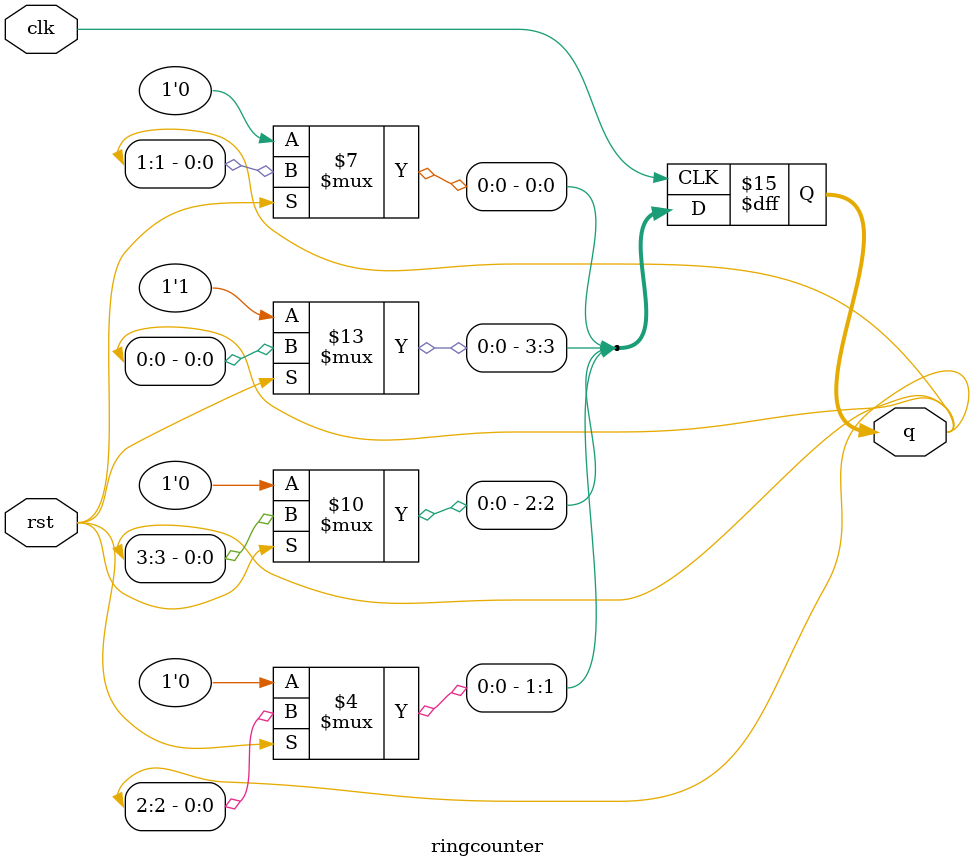
<source format=v>
`timescale 1ns / 1ps
module ringcounter(output [3:0] q,input clk,rst);
reg [3:0]q;
always @(posedge clk)
if(rst==0)
q<=4'b1000;
else
begin
q[3]<=q[0];
q[2]<=q[3];
q[1]<=q[2];
q[0]<=q[1];
end
endmodule

</source>
